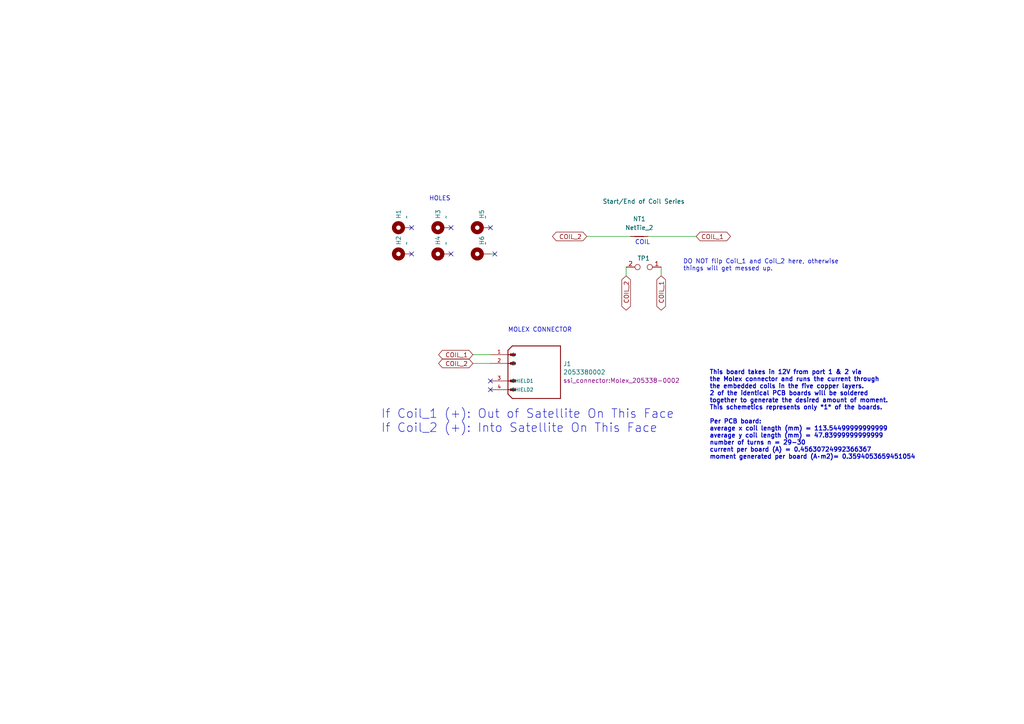
<source format=kicad_sch>
(kicad_sch (version 20231120) (generator "eeschema") (generator_version "8.0")
  (paper "A4")
  (title_block (title "Magnemite") (date "2025-03-15") (rev "2.1") (comment 1 "Designed by: Eric Liu"))
  (lib_symbols
    (symbol "Device:NetTie_2" (pin_numbers hide) (pin_names (offset 0) hide) (in_bom no)
      (property "Reference" "NT" (at 0 1.27 0))
      (property "Value" "NetTie_2" (at 0 -1.27 0))
      (symbol "NetTie_2_0_1"
        (polyline (pts (xy -1.27 0) (xy 1.27 0)) (stroke (width 0.254)))
      )
      (symbol "NetTie_2_1_1"
        (pin passive line (at -2.54 0 0) (length 2.54) (name "1") (number "1"))
        (pin passive line (at 2.54 0 180) (length 2.54) (name "2") (number "2"))
      )
    )
    (symbol "Mechanical:MountingHole_Pad" (pin_numbers hide) (pin_names (offset 1.016) hide)
      (property "Reference" "H" (at 0 6.35 0))
      (property "Value" "MountingHole_Pad" (at 0 4.445 0))
      (symbol "MountingHole_Pad_0_1"
        (circle (center 0 1.27) (radius 1.27) (stroke (width 1.27)))
      )
      (symbol "MountingHole_Pad_1_1"
        (pin input line (at 0 -2.54 90) (length 2.54) (name "1") (number "1"))
      )
    )
    (symbol "ssi_connector:205338-0002" (pin_names (offset 1.016))
      (property "Reference" "J*" (at 8.89 2.54 0))
      (property "Value" "205338-0002" (at 8.89 0 0))
      (property "Footprint" "ssi_connector:Molex_205338-0002" (at 8.89 -2.54 0))
      (symbol "205338-0002_0_0"
        (rectangle (start -6.985 -5.3975) (end -5.3975 -4.7625) (stroke (width 0.1)) (fill (type outline)))
        (rectangle (start -6.985 -2.8575) (end -5.3975 -2.2225) (stroke (width 0.1)) (fill (type outline)))
        (rectangle (start -6.985 2.2225) (end -5.3975 2.8575) (stroke (width 0.1)) (fill (type outline)))
        (rectangle (start -6.985 4.7625) (end -5.3975 5.3975) (stroke (width 0.1)) (fill (type outline)))
        (polyline (pts (xy -7.62 -6.35) (xy -6.35 -7.62)) (stroke (width 0.254)))
        (polyline (pts (xy -7.62 -5.08) (xy -5.715 -5.08)) (stroke (width 0.254)))
        (polyline (pts (xy -7.62 -2.54) (xy -5.715 -2.54)) (stroke (width 0.254)))
        (polyline (pts (xy -7.62 2.54) (xy -5.715 2.54)) (stroke (width 0.254)))
        (polyline (pts (xy -7.62 5.08) (xy -5.715 5.08)) (stroke (width 0.254)))
        (polyline (pts (xy -7.62 6.35) (xy -7.62 -6.35)) (stroke (width 0.254)))
        (polyline (pts (xy -7.62 6.35) (xy -6.35 7.62)) (stroke (width 0.254)))
        (polyline (pts (xy -6.35 -7.62) (xy 7.62 -7.62)) (stroke (width 0.254)))
        (polyline (pts (xy 7.62 -7.62) (xy 7.62 7.62)) (stroke (width 0.254)))
        (polyline (pts (xy 7.62 7.62) (xy -6.35 7.62)) (stroke (width 0.254)))
        (pin passive line (at -12.7 5.08 0) (length 5.08) (name "1") (number "1"))
        (pin passive line (at -12.7 2.54 0) (length 5.08) (name "2") (number "2"))
        (pin passive line (at -12.7 -2.54 0) (length 5.08) (name "SHIELD1") (number "3"))
        (pin passive line (at -12.7 -5.08 0) (length 5.08) (name "SHIELD2") (number "4"))
      )
    )
    (symbol "ssi_connector:TestPointConnection" (pin_names (offset 0.762) hide)
      (property "Reference" "TP" (at 0 1.524 0))
      (property "Value" "TestPointConnection" (at 0 -1.778 0))
      (symbol "TestPointConnection_0_1"
        (circle (center -1.778 0) (radius 0.762))
        (circle (center 1.778 0) (radius 0.762))
        (pin passive line (at -5.08 0 0) (length 2.54) (name "1") (number "1"))
        (pin passive line (at 5.08 0 180) (length 2.54) (name "2") (number "2"))
      )
    )
  )
  (no_connect (at 130.81 66.04))
  (no_connect (at 119.38 66.04))
  (no_connect (at 130.81 73.66))
  (no_connect (at 142.24 113.03))
  (no_connect (at 143.51 73.66))
  (no_connect (at 142.24 110.49))
  (no_connect (at 142.24 66.04))
  (no_connect (at 119.38 73.66))
  (wire (pts (xy 191.77 80.01) (xy 191.77 77.47)))
  (wire (pts (xy 137.16 102.87) (xy 142.24 102.87)))
  (wire (pts (xy 201.93 68.58) (xy 187.96 68.58)))
  (wire (pts (xy 181.61 80.01) (xy 181.61 77.47)))
  (wire (pts (xy 143.51 73.66) (xy 142.24 73.66)))
  (wire (pts (xy 170.18 68.58) (xy 182.88 68.58)))
  (wire (pts (xy 137.16 105.41) (xy 142.24 105.41)))
  (text "If Coil_1 (+): Out of Satellite On This Face\nIf Coil_2 (+): Into Satellite On This Face" (at 110.49 125.73 0) (effects (font (size 2.54 2.54)) (justify left bottom)))
  (text "MOLEX CONNECTOR\n" (at 147.32 96.52 0) (effects (font (size 1.27 1.27)) (justify left bottom)))
  (text "This board takes in 12V from port 1 & 2 via \nthe Molex connector and runs the current through \nthe embedded coils in the five copper layers. \n2 of the identical PCB boards will be soldered \ntogether to generate the desired amount of moment. \nThis schemetics represents only *1* of the boards. \n\nPer PCB board: \naverage x coil length (mm) = 113.54499999999999\naverage y coil length (mm) = 47.83999999999999\nnumber of turns n = 29-30\ncurrent per board (A) = 0.45630724992366367\nmoment generated per board (A⋅m2)= 0.3594053659451054" (at 205.74 133.35 0) (effects (font (size 1.27 1.27) (thickness 0.254) (bold yes)) (justify left bottom)))
  (text "COIL" (at 184.15 71.12 0) (effects (font (size 1.27 1.27)) (justify left bottom)))
  (text "DO NOT flip Coil_1 and Coil_2 here, otherwise\nthings will get messed up." (at 198.12 78.74 0) (effects (font (size 1.27 1.27)) (justify left bottom)))
  (text "HOLES" (at 124.46 58.42 0) (effects (font (size 1.27 1.27)) (justify left bottom)))
  (global_label "COIL_2" (shape bidirectional) (at 137.16 105.41 180) (property "Intersheetrefs" "${INTERSHEET_REFS}" (effects (hide yes))))
  (global_label "COIL_1" (shape bidirectional) (at 137.16 102.87 180) (property "Intersheetrefs" "${INTERSHEET_REFS}" (effects (hide yes))))
  (global_label "COIL_2" (shape bidirectional) (at 170.18 68.58 180) (property "Intersheetrefs" "${INTERSHEET_REFS}" (effects (hide yes))))
  (global_label "COIL_2" (shape bidirectional) (at 181.61 80.01 270) (property "Intersheetrefs" "${INTERSHEET_REFS}" (effects (hide yes))))
  (global_label "COIL_1" (shape bidirectional) (at 191.77 80.01 270) (property "Intersheetrefs" "${INTERSHEET_REFS}" (effects (hide yes))))
  (global_label "COIL_1" (shape bidirectional) (at 201.93 68.58 0) (property "Intersheetrefs" "${INTERSHEET_REFS}" (effects (hide yes))))
  (symbol (lib_id "Device:NetTie_2") (at 185.42 68.58 0) (unit 1) (in_bom no)
    (property "Reference" "NT1" (at 185.42 63.5 0))
    (property "Value" "NetTie_2" (at 185.42 66.04 0))
    (property "Footprint" "NetTie:NetTie-2_SMD_Pad0.5mm" (effects (hide yes)))
  )
  (symbol (lib_id "ssi_connector:TestPointConnection") (at 186.69 77.47 180) (unit 1)
    (property "Reference" "TP1" (at 186.69 74.93 0))
    (property "Value" "Start/End of Coil Series" (at 186.69 58.42 0))
    (property "Footprint" "ssi_connector:TestPointConnection" (effects (hide yes)))
    (property "Description" "2-polar test point" (effects (hide yes)))
  )
  (symbol (lib_id "ssi_connector:205338-0002") (at 154.94 107.95 0) (unit 1)
    (property "Reference" "J1" (at 163.322 105.5257 0) (effects (justify left)))
    (property "Value" "2053380002" (at 163.322 107.95 0) (effects (justify left)))
    (property "Footprint" "ssi_connector:Molex_205338-0002" (at 163.322 110.3743 0) (effects (justify left)))
    (property "PARTREV" "B" (effects (hide yes)))
    (property "STANDARD" "Manufacturer Recommendations" (effects (hide yes)))
    (property "MAXIMUM_PACKAGE_HEIGHT" "2.6 mm" (effects (hide yes)))
    (property "MANUFACTURER" "Molex" (effects (hide yes)))
  )
  (symbol (lib_id "Mechanical:MountingHole_Pad") (at 139.7 73.66 90) (unit 1) (in_bom no)
    (property "Reference" "H6" (at 139.7254 71.12 0) (effects (justify left)))
    (property "Value" "~" (at 140.7668 71.12 0) (effects (justify left)))
    (property "Footprint" "MountingHole:MountingHole_2.2mm_M2_DIN965_Pad_TopBottom" (effects (hide yes)))
  )
  (symbol (lib_id "Mechanical:MountingHole_Pad") (at 128.27 66.04 90) (unit 1) (in_bom no)
    (property "Reference" "H3" (at 127.0254 63.5 0) (effects (justify left)))
    (property "Value" "~" (at 129.3368 63.5 0) (effects (justify left)))
    (property "Footprint" "MountingHole:MountingHole_2.2mm_M2_DIN965_Pad_TopBottom" (effects (hide yes)))
  )
  (symbol (lib_id "Mechanical:MountingHole_Pad") (at 116.84 73.66 90) (unit 1) (in_bom no)
    (property "Reference" "H2" (at 115.5954 71.12 0) (effects (justify left)))
    (property "Value" "~" (at 117.9068 71.12 0) (effects (justify left)))
    (property "Footprint" "MountingHole:MountingHole_2.2mm_M2_DIN965_Pad_TopBottom" (effects (hide yes)))
  )
  (symbol (lib_id "Mechanical:MountingHole_Pad") (at 116.84 66.04 90) (unit 1) (in_bom no)
    (property "Reference" "H1" (at 115.5954 63.5 0) (effects (justify left)))
    (property "Value" "~" (at 117.9068 63.5 0) (effects (justify left)))
    (property "Footprint" "MountingHole:MountingHole_2.2mm_M2_DIN965_Pad_TopBottom" (effects (hide yes)))
  )
  (symbol (lib_id "Mechanical:MountingHole_Pad") (at 128.27 73.66 90) (unit 1) (in_bom no)
    (property "Reference" "H4" (at 127.0254 71.12 0) (effects (justify left)))
    (property "Value" "~" (at 129.3368 71.12 0) (effects (justify left)))
    (property "Footprint" "MountingHole:MountingHole_2.2mm_M2_DIN965_Pad_TopBottom" (effects (hide yes)))
  )
  (symbol (lib_id "Mechanical:MountingHole_Pad") (at 139.7 66.04 90) (unit 1) (in_bom no)
    (property "Reference" "H5" (at 139.7254 63.5 0) (effects (justify left)))
    (property "Value" "~" (at 140.7668 63.5 0) (effects (justify left)))
    (property "Footprint" "MountingHole:MountingHole_2.2mm_M2_DIN965_Pad_TopBottom" (effects (hide yes)))
  )
)
</source>
